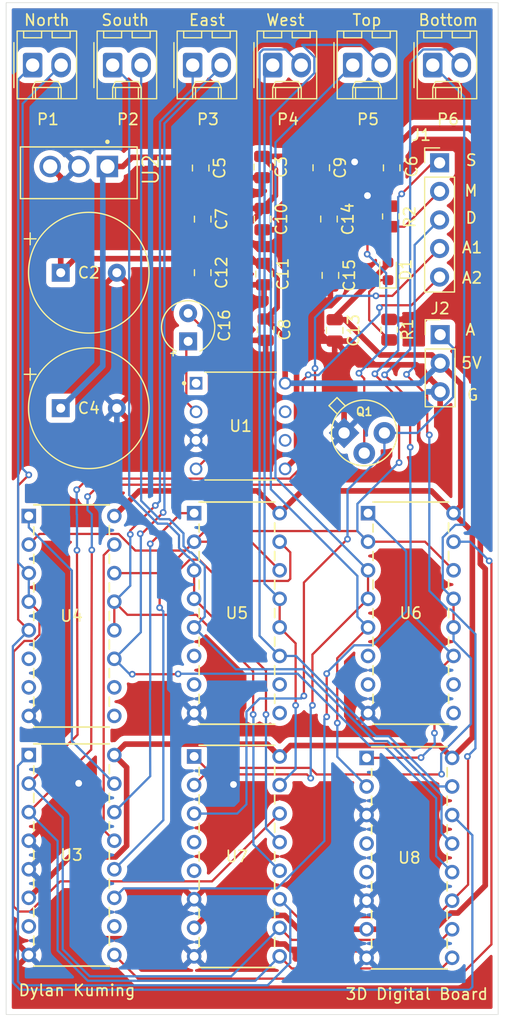
<source format=kicad_pcb>
(kicad_pcb (version 20240108) (generator "pcbnew") (generator_version "8.0")
  (layers (0 "F.Cu" signal) (31 "B.Cu" signal) (34 "B.Paste" user) (35 "F.Paste" user) (36 "B.SilkS" user "B.Silkscreen") (37 "F.SilkS" user "F.Silkscreen") (38 "B.Mask" user) (39 "F.Mask" user) (44 "Edge.Cuts" user))
  (net 0 "")
  (net 1 "Net-(U1-CAP-)")
  (net 2 "Net-(U1-CAP+)")
  (net 3 "GND")
  (net 4 "+5V")
  (net 5 "+12V")
  (net 6 "-5V")
  (net 7 "Net-(D1-K)")
  (net 8 "/Amp_off")
  (net 9 "/Axis2")
  (net 10 "/Signal")
  (net 11 "/Direction")
  (net 12 "/Axis1")
  (net 13 "/Amp_in")
  (net 14 "/North_B")
  (net 15 "/North_A")
  (net 16 "/East_A")
  (net 17 "/East_B")
  (net 18 "/Top_B")
  (net 19 "/Top_A")
  (net 20 "/West_A")
  (net 21 "/West_B")
  (net 22 "/Bottom_A")
  (net 23 "/Bottom_B")
  (net 24 "/South_B")
  (net 25 "/South_A")
  (net 26 "Net-(Q1-Pad2)")
  (net 32 "/East_en")
  (net 33 "/North_en")
  (net 38 "/South_en")
  (net 41 "/West_en")
  (net 45 "/Top_en")
  (net 46 "/Bottom_en")
  (footprint "Capacitor_SMD:C_0805_2012Metric" (layer "F.Cu") (at 185.2422 66.0248 -90)
    (property "Reference" "C7")
    (property "Value" "10uF")
  )
  (footprint "Connector_Molex:Molex_KK-254_AE-6410-02A_1x02_P2.54mm_Vertical" (layer "F.Cu") (at 191.48 52.324)
    (property "Reference" "P4")
    (property "Value" "West" (hide yes))
  )
  (footprint "Resistor_SMD:R_0805_2012Metric" (layer "F.Cu") (at 201.8538 75.8577 90)
    (property "Reference" "R1")
    (property "Value" "220")
  )
  (footprint "LM358:DIP794W45P254L959H508Q8" (layer "F.Cu") (at 188.6204 84.4296)
    (property "Reference" "U1")
    (property "Value" "ICL7660ACBA")
  )
  (footprint "Capacitor_SMD:C_0805_2012Metric" (layer "F.Cu") (at 195.8086 61.4528 -90)
    (property "Reference" "C9")
    (property "Value" "100nF")
  )
  (footprint "Capacitor_SMD:C_0805_2012Metric" (layer "F.Cu") (at 190.7032 70.9118 -90)
    (property "Reference" "C11")
    (property "Value" "100nF")
  )
  (footprint "Capacitor_SMD:C_0805_2012Metric" (layer "F.Cu") (at 190.8556 75.8546 -90)
    (property "Reference" "C8")
    (property "Value" "100nF")
  )
  (footprint "LED_SMD:LED_0603_1608Metric" (layer "F.Cu") (at 201.7522 70.6628 90)
    (property "Reference" "D1")
    (property "Value" "LED_Y")
  )
  (footprint "Connector_PinHeader_2.54mm:PinHeader_1x03_P2.54mm_Vertical" (layer "F.Cu") (at 206.4004 76.3016)
    (property "Reference" "J2")
    (property "Value" "Analog" (hide yes))
  )
  (footprint "Connector_Molex:Molex_KK-254_AE-6410-02A_1x02_P2.54mm_Vertical" (layer "F.Cu") (at 170.09 52.324)
    (property "Reference" "P1")
    (property "Value" "North" (hide yes))
  )
  (footprint "74HC139:SOT38-4_NXP" (layer "F.Cu") (at 184.4802 113.8174)
    (property "Reference" "U7")
    (property "Value" "74HC4051")
  )
  (footprint "Capacitor_THT:CP_Radial_Tantal_D10.5mm_P5.00mm" (layer "F.Cu") (at 172.593 82.8398)
    (property "Reference" "C4")
    (property "Value" "22uF")
  )
  (footprint "Capacitor_THT:CP_Radial_Tantal_D10.5mm_P5.00mm" (layer "F.Cu") (at 172.593 70.7898)
    (property "Reference" "C2")
    (property "Value" "22uF")
  )
  (footprint "2N2369:TO18" (layer "F.Cu") (at 199.63665 84.93025)
    (property "Reference" "Q1")
    (property "Value" "2N2369")
  )
  (footprint "74HC139:SOT38-4_NXP" (layer "F.Cu") (at 169.7482 92.4306)
    (property "Reference" "U4")
    (property "Value" "CD74HC368M")
  )
  (footprint "Connector_Molex:Molex_KK-254_AE-6410-02A_1x02_P2.54mm_Vertical" (layer "F.Cu") (at 177.22 52.324)
    (property "Reference" "P2")
    (property "Value" "South" (hide yes))
  )
  (footprint "74HC139:SOT38-4_NXP" (layer "F.Cu") (at 184.4802 92.1766)
    (property "Reference" "U5")
    (property "Value" "CD74HC368M")
  )
  (footprint "Connector_Molex:Molex_KK-254_AE-6410-02A_1x02_P2.54mm_Vertical" (layer "F.Cu") (at 205.74 52.324)
    (property "Reference" "P6")
    (property "Value" "Bottom" (hide yes))
  )
  (footprint "Connector_Molex:Molex_KK-254_AE-6410-02A_1x02_P2.54mm_Vertical" (layer "F.Cu") (at 184.35 52.324)
    (property "Reference" "P3")
    (property "Value" "East" (hide yes))
  )
  (footprint "Capacitor_SMD:C_0805_2012Metric" (layer "F.Cu") (at 190.5508 61.3918 -90)
    (property "Reference" "C3")
    (property "Value" "10uF")
  )
  (footprint "74HC139:SOT38-4_NXP" (layer "F.Cu") (at 199.9742 92.1766)
    (property "Reference" "U6")
    (property "Value" "CD74HC368M")
  )
  (footprint "Capacitor_SMD:C_0805_2012Metric" (layer "F.Cu") (at 197.0024 75.9206 -90)
    (property "Reference" "C13")
    (property "Value" "100nF")
  )
  (footprint "74HC139:SOT38-4_NXP" (layer "F.Cu") (at 199.8472 113.9444)
    (property "Reference" "U8")
    (property "Value" "74HC4051")
  )
  (footprint "Capacitor_SMD:C_0805_2012Metric" (layer "F.Cu") (at 196.4944 66.0146 -90)
    (property "Reference" "C14")
    (property "Value" "100nF")
  )
  (footprint "Resistor_SMD:R_0805_2012Metric" (layer "F.Cu") (at 202.0062 65.7841 90)
    (property "Reference" "R2")
    (property "Value" "10K")
  )
  (footprint "Capacitor_SMD:C_0805_2012Metric" (layer "F.Cu") (at 196.6214 71.0286 -90)
    (property "Reference" "C15")
    (property "Value" "100nF")
  )
  (footprint "Connector_PinHeader_2.54mm:PinHeader_1x05_P2.54mm_Vertical" (layer "F.Cu") (at 206.3496 61.0158)
    (property "Reference" "J1")
    (property "Value" "Arduino" (hide yes))
  )
  (footprint "Capacitor_THT:CP_Radial_Tantal_D4.5mm_P2.50mm" (layer "F.Cu") (at 183.9468 76.8966 90)
    (property "Reference" "C16")
    (property "Value" "10uF")
  )
  (footprint "Connector_Molex:Molex_KK-254_AE-6410-02A_1x02_P2.54mm_Vertical" (layer "F.Cu") (at 198.61 52.324)
    (property "Reference" "P5")
    (property "Value" "Top" (hide yes))
  )
  (footprint "74HC139:SOT38-4_NXP" (layer "F.Cu") (at 169.7482 113.6904)
    (property "Reference" "U3")
    (property "Value" "74HC138N_652")
  )
  (footprint "Capacitor_SMD:C_0805_2012Metric" (layer "F.Cu") (at 185.2422 70.7848 -90)
    (property "Reference" "C12")
    (property "Value" "100nF")
  )
  (footprint "Capacitor_SMD:C_0805_2012Metric" (layer "F.Cu") (at 190.5762 66.0198 -90)
    (property "Reference" "C10")
    (property "Value" "100nF")
  )
  (footprint "Capacitor_SMD:C_0805_2012Metric" (layer "F.Cu") (at 185.0644 61.4782 -90)
    (property "Reference" "C5")
    (property "Value" "10uF")
  )
  (footprint "L7805CV:TO255P1040X460X1968-3" (layer "F.Cu") (at 176.7532 61.341 180)
    (property "Reference" "U2")
    (property "Value" "L7805" (hide yes))
  )
  (footprint "Capacitor_SMD:C_0805_2012Metric" (layer "F.Cu") (at 202.0824 61.463 -90)
    (property "Reference" "C6")
    (property "Value" "10uF")
  )
  (gr_rect (start 167.73 46.7716) (end 211.5682 136.7716) (stroke (width 0.05)) (fill none) (layer "Edge.Cuts"))
  (gr_text "North\n" (at 171.36 48.904 0) (layer "F.SilkS") (effects (font (size 1 1)) (justify bottom)))
  (gr_text "A" (at 209.0928 76.454 0) (layer "F.SilkS") (effects (font (size 1 1)) (justify bottom)))
  (gr_text "G" (at 209.296 82.2452 0) (layer "F.SilkS") (effects (font (size 1 1)) (justify bottom)))
  (gr_text "D" (at 209.169 66.4972 0) (layer "F.SilkS") (effects (font (size 1 1)) (justify bottom)))
  (gr_text "East\n" (at 185.62 48.904 0) (layer "F.SilkS") (effects (font (size 1 1)) (justify bottom)))
  (gr_text "A2" (at 209.2452 71.8312 0) (layer "F.SilkS") (effects (font (size 1 1)) (justify bottom)))
  (gr_text "A1" (at 209.2452 69.1388 0) (layer "F.SilkS") (effects (font (size 1 1)) (justify bottom)))
  (gr_text "West\n" (at 192.605 48.904 0) (layer "F.SilkS") (effects (font (size 1 1)) (justify bottom)))
  (gr_text "South" (at 178.345 48.904 0) (layer "F.SilkS") (effects (font (size 1 1)) (justify bottom)))
  (gr_text "3D Digital Board " (at 204.6986 135.5344 0) (layer "F.SilkS") (effects (font (size 1 1)) (justify bottom)))
  (gr_text "Bottom" (at 207.119 48.904 0) (layer "F.SilkS") (effects (font (size 1 1)) (justify bottom)))
  (gr_text "Top\n" (at 199.88 48.904 0) (layer "F.SilkS") (effects (font (size 1 1)) (justify bottom)))
  (gr_text "M" (at 209.1436 64.0842 0) (layer "F.SilkS") (effects (font (size 1 1)) (justify bottom)))
  (gr_text "S" (at 209.169 61.3664 0) (layer "F.SilkS") (effects (font (size 1 1)) (justify bottom)))
  (gr_text "Dylan Kuming" (at 174.0408 135.2042 0) (layer "F.SilkS") (effects (font (size 1 1)) (justify bottom)))
  (gr_text "5V" (at 209.1944 79.4004 0) (layer "F.SilkS") (effects (font (size 1 1)) (justify bottom)))
  (segment (start 185.792938 76.242738) (end 185.792938 87.097062) (width 0.2) (layer "F.Cu") (net 1))
  (segment (start 183.9468 74.3966) (end 185.792938 76.242738) (width 0.2) (layer "F.Cu") (net 1))
  (segment (start 185.792938 87.097062) (end 184.6504 88.2396) (width 0.2) (layer "F.Cu") (net 1))
  (segment (start 183.7854 82.2946) (end 184.6504 83.1596) (width 0.2) (layer "F.Cu") (net 2))
  (segment (start 183.7854 77.058) (end 183.7854 82.2946) (width 0.2) (layer "F.Cu") (net 2))
  (segment (start 183.9468 76.8966) (end 183.7854 77.058) (width 0.2) (layer "F.Cu") (net 2))
  (segment (start 197.7136 77.5818) (end 197.0024 76.8706) (width 0.5) (layer "F.Cu") (net 3))
  (segment (start 198.2779 117.4551) (end 189.1308 117.4551) (width 0.5) (layer "F.Cu") (net 3))
  (segment (start 208.1784 61.49275) (end 207.950125 61.264475) (width 0.5) (layer "F.Cu") (net 3))
  (segment (start 206.4004 81.3816) (end 206.4004 81.1022) (width 0.5) (layer "F.Cu") (net 3))
  (segment (start 193.068383 131.0132) (end 199.136 131.0132) (width 0.5) (layer "F.Cu") (net 3))
  (segment (start 196.403 76.8706) (end 195.8274 76.295) (width 0.5) (layer "F.Cu") (net 3))
  (segment (start 199.136 131.0132) (end 199.8472 131.7244) (width 0.5) (layer "F.Cu") (net 3))
  (segment (start 208.1784 71.185478) (end 208.1784 61.49275) (width 0.5) (layer "F.Cu") (net 3))
  (segment (start 184.4802 131.5974) (end 182.9054 130.0226) (width 0.5) (layer "F.Cu") (net 3))
  (segment (start 190.5814 66.9646) (end 190.5762 66.9698) (width 0.2) (layer "F.Cu") (net 3))
  (segment (start 203.2508 74.7268) (end 204.637078 74.7268) (width 0.5) (layer "F.Cu") (net 3))
  (segment (start 182.6006 130.0226) (end 182.2196 130.0226) (width 0.5) (layer "F.Cu") (net 3))
  (segment (start 197.0024 76.8706) (end 196.403 76.8706) (width 0.5) (layer "F.Cu") (net 3))
  (segment (start 199.9234 63.9318) (end 200.5636 63.9318) (width 0.5) (layer "F.Cu") (net 3))
  (segment (start 189.1308 117.4551) (end 187.9854 116.3097) (width 0.5) (layer "F.Cu") (net 3))
  (segment (start 204.637078 74.7268) (end 208.1784 71.185478) (width 0.5) (layer "F.Cu") (net 3))
  (segment (start 196.4944 66.9646) (end 190.5814 66.9646) (width 0.5) (layer "F.Cu") (net 3))
  (segment (start 174.244 116.2558) (end 174.1932 116.205) (width 0.5) (layer "F.Cu") (net 3))
  (segment (start 195.8274 72.7726) (end 196.6214 71.9786) (width 0.5) (layer "F.Cu") (net 3))
  (segment (start 192.554883 130.4997) (end 193.068383 131.0132) (width 0.5) (layer "F.Cu") (net 3))
  (segment (start 182.5951 130.0281) (end 171.1905 130.0281) (width 0.5) (layer "F.Cu") (net 3))
  (segment (start 187.9854 116.575) (end 187.9854 116.3097) (width 0.5) (layer "F.Cu") (net 3))
  (segment (start 199.8472 119.0244) (end 198.2779 117.4551) (width 0.5) (layer "F.Cu") (net 3))
  (segment (start 198.7804 60.9346) (end 197.2768 60.9346) (width 0.5) (layer "F.Cu") (net 3))
  (segment (start 207.950125 60.016325) (end 207.6492 59.7154) (width 0.5) (layer "F.Cu") (net 3))
  (segment (start 185.5779 130.4997) (end 192.554883 130.4997) (width 0.5) (layer "F.Cu") (net 3))
  (segment (start 199.9742 109.9566) (end 198.1454 111.7854) (width 0.5) (layer "F.Cu") (net 3))
  (segment (start 197.8406 85.0392) (end 197.8406 80.0862) (width 0.5) (layer "F.Cu") (net 3))
  (segment (start 204.78 59.7154) (end 202.0824 62.413) (width 0.5) (layer "F.Cu") (net 3))
  (segment (start 200.5636 63.9318) (end 202.0824 62.413) (width 0.5) (layer "F.Cu") (net 3))
  (segment (start 204.2788 78.9806) (end 199.1124 78.9806) (width 0.5) (layer "F.Cu") (net 3))
  (segment (start 206.4004 81.1022) (end 204.2788 78.9806) (width 0.5) (layer "F.Cu") (net 3))
  (segment (start 195.8274 76.295) (end 195.8274 72.7726) (width 0.5) (layer "F.Cu") (net 3))
  (segment (start 171.1905 130.0281) (end 169.7482 131.4704) (width 0.5) (layer "F.Cu") (net 3))
  (segment (start 169.7482 123.8504) (end 174.244 119.3546) (width 0.5) (layer "F.Cu") (net 3))
  (segment (start 182.9054 130.0226) (end 182.6006 130.0226) (width 0.5) (layer "F.Cu") (net 3))
  (segment (start 182.6006 130.0226) (end 182.5951 130.0281) (width 0.5) (layer "F.Cu") (net 3))
  (segment (start 174.244 119.3546) (end 174.244 116.2558) (width 0.5) (layer "F.Cu") (net 3))
  (segment (start 198.1454 111.7854) (end 186.309 111.7854) (width 0.5) (layer "F.Cu") (net 3))
  (segment (start 197.8406 80.0862) (end 197.7136 79.9592) (width 0.5) (layer "F.Cu") (net 3))
  (segment (start 201.8538 74.9452) (end 203.0324 74.9452) (width 0.5) (layer "F.Cu") (net 3))
  (segment (start 207.950125 61.264475) (end 207.950125 60.016325) (width 0.5) (layer "F.Cu") (net 3))
  (segment (start 197.2768 60.9346) (end 195.8086 62.4028) (width 0.5) (layer "F.Cu") (net 3))
  (segment (start 207.6492 59.7154) (end 204.78 59.7154) (width 0.5) (layer "F.Cu") (net 3))
  (segment (start 197.7136 79.9592) (end 197.7136 77.5818) (width 0.5) (layer "F.Cu") (net 3))
  (segment (start 186.309 111.7854) (end 184.4802 109.9566) (width 0.5) (layer "F.Cu") (net 3))
  (segment (start 199.1124 78.9806) (end 197.0024 76.8706) (width 0.5) (layer "F.Cu") (net 3))
  (segment (start 203.0324 74.9452) (end 203.2508 74.7268) (width 0.5) (layer "F.Cu") (net 3))
  (segment (start 184.4802 131.5974) (end 185.5779 130.4997) (width 0.5) (layer "F.Cu") (net 3))
  (via (at 174.1932 116.205) (size 1.2) (drill 0.6) (layers "F.Cu" "B.Cu") (net 3))
  (via (at 187.9854 116.3097) (size 1.2) (drill 0.6) (layers "F.Cu" "B.Cu") (net 3))
  (via (at 198.7804 60.9346) (size 1.2) (drill 0.6) (layers "F.Cu" "B.Cu") (net 3))
  (via (at 199.9234 63.9318) (size 1.2) (drill 0.6) (layers "F.Cu" "B.Cu") (net 3))
  (segment (start 200.9449 127.7421) (end 199.8472 126.6444) (width 0.5) (layer "B.Cu") (net 3))
  (segment (start 174.1932 114.6556) (end 169.7482 110.2106) (width 0.5) (layer "B.Cu") (net 3))
  (segment (start 187.5536 113.03) (end 184.4802 109.9566) (width 0.5) (layer "B.Cu") (net 3))
  (segment (start 199.8472 126.6444) (end 200.9449 125.5467) (width 0.5) (layer "B.Cu") (net 3))
  (segment (start 184.4802 109.9566) (end 182.3078 107.7842) (width 0.5) (layer "B.Cu") (net 3))
  (segment (start 182.3078 95.0334) (end 177.593 90.3186) (width 0.5) (layer "B.Cu") (net 3))
  (segment (start 200.9449 120.1221) (end 199.8472 119.0244) (width 0.5) (layer "B.Cu") (net 3))
  (segment (start 187.5536 115.8779) (end 187.5536 113.03) (width 0.5) (layer "B.Cu") (net 3))
  (segment (start 199.9234 62.0776) (end 198.7804 60.9346) (width 0.5) (layer "B.Cu") (net 3))
  (segment (start 169.7482 123.8504) (end 170.8459 124.9481) (width 0.5) (layer "B.Cu") (net 3))
  (segment (start 170.8459 130.3727) (end 169.7482 131.4704) (width 0.5) (layer "B.Cu") (net 3))
  (segment (start 182.3078 107.7842) (end 182.3078 95.0334) (width 0.5) (layer "B.Cu") (net 3))
  (segment (start 200.9449 130.6267) (end 200.9449 127.7421) (width 0.5) (layer "B.Cu") (net 3))
  (segment (start 199.9234 63.9318) (end 199.9234 62.0776) (width 0.5) (layer "B.Cu") (net 3))
  (segment (start 200.9449 125.5467) (end 200.9449 120.1221) (width 0.5) (layer "B.Cu") (net 3))
  (segment (start 177.593 90.3186) (end 177.593 82.8398) (width 0.5) (layer "B.Cu") (net 3))
  (segment (start 170.8459 124.9481) (end 170.8459 130.3727) (width 0.5) (layer "B.Cu") (net 3))
  (segment (start 174.1932 116.205) (end 174.1932 114.6556) (width 0.5) (layer "B.Cu") (net 3))
  (segment (start 199.8472 131.7244) (end 200.9449 130.6267) (width 0.5) (layer "B.Cu") (net 3))
  (segment (start 187.9854 116.3097) (end 187.5536 115.8779) (width 0.5) (layer "B.Cu") (net 3))
  (segment (start 207.5942 92.1766) (end 208.2419 91.5289) (width 0.5) (layer "F.Cu") (net 4))
  (segment (start 173.843 69.5398) (end 172.593 70.7898) (width 0.5) (layer "F.Cu") (net 4))
  (segment (start 206.3695 112.8467) (end 193.0709 112.8467) (width 0.5) (layer "F.Cu") (net 4))
  (segment (start 192.5904 76.6394) (end 192.5904 80.6196) (width 0.5) (layer "F.Cu") (net 4))
  (segment (start 197.932 74.9706) (end 197.0024 74.9706) (width 0.5) (layer "F.Cu") (net 4))
  (segment (start 188.7982 68.6816) (end 188.7982 67.025922) (width 0.5) (layer "F.Cu") (net 4))
  (segment (start 190.8556 74.9046) (end 191.8782 73.882) (width 0.5) (layer "F.Cu") (net 4))
  (segment (start 209.2706 93.853) (end 209.2706 112.141) (width 0.5) (layer "F.Cu") (net 4))
  (segment (start 194.0814 90.1954) (end 205.613 90.1954) (width 0.5) (layer "F.Cu") (net 4))
  (segment (start 193.0709 112.8467) (end 192.1002 113.8174) (width 0.5) (layer "F.Cu") (net 4))
  (segment (start 191.7258 63.9202) (end 191.7258 61.6168) (width 0.5) (layer "F.Cu") (net 4))
  (segment (start 188.7982 67.025922) (end 190.5762 65.247922) (width 0.5) (layer "F.Cu") (net 4))
  (segment (start 190.1342 69.9618) (end 190.0072 69.8348) (width 0.5) (layer "F.Cu") (net 4))
  (segment (start 190.8556 74.9046) (end 192.5904 76.6394) (width 0.5) (layer "F.Cu") (net 4))
  (segment (start 205.613 90.1954) (end 207.5942 92.1766) (width 0.5) (layer "F.Cu") (net 4))
  (segment (start 190.0784 69.9618) (end 188.7982 68.6816) (width 0.5) (layer "F.Cu") (net 4))
  (segment (start 207.4672 113.9444) (end 206.3695 112.8467) (width 0.5) (layer "F.Cu") (net 4))
  (segment (start 195.7476 60.4418) (end 195.8086 60.5028) (width 0.5) (layer "F.Cu") (net 4))
  (segment (start 173.3859 122.7527) (end 169.7482 126.3904) (width 0.5) (layer "F.Cu") (net 4))
  (segment (start 190.5762 65.0698) (end 191.7258 63.9202) (width 0.5) (layer "F.Cu") (net 4))
  (segment (start 197.0024 74.9706) (end 197.0024 74.773282) (width 0.5) (layer "F.Cu") (net 4))
  (segment (start 177.3682 113.6904) (end 178.4659 114.7881) (width 0.5) (layer "F.Cu") (net 4))
  (segment (start 178.3389 112.7197) (end 177.3682 113.6904) (width 0.5) (layer "F.Cu") (net 4))
  (segment (start 185.2422 69.8348) (end 184.6682 69.8348) (width 0.5) (layer "F.Cu") (net 4))
  (segment (start 185.2472 65.0698) (end 185.2422 65.0748) (width 0.5) (layer "F.Cu") (net 4))
  (segment (start 190.5508 60.4418) (end 195.7476 60.4418) (width 0.5) (layer "F.Cu") (net 4))
  (segment (start 190.7032 69.9618) (end 190.1342 69.9618) (width 0.5) (layer "F.Cu") (net 4))
  (segment (start 178.4659 114.7881) (end 178.4659 121.765083) (width 0.5) (layer "F.Cu") (net 4))
  (segment (start 194.0814 90.1954) (end 192.1002 92.1766) (width 0.5) (layer "F.Cu") (net 4))
  (segment (start 190.5762 65.0698) (end 185.2472 65.0698) (width 0.5) (layer "F.Cu") (net 4))
  (segment (start 207.5942 92.1766) (end 209.2706 93.853) (width 0.5) (layer "F.Cu") (net 4))
  (segment (start 191.0025 112.7197) (end 178.3389 112.7197) (width 0.5) (layer "F.Cu") (net 4))
  (segment (start 201.0664 78.105) (end 197.932 74.9706) (width 0.5) (layer "F.Cu") (net 4))
  (segment (start 172.593 70.7898) (end 172.593 62.2808) (width 0.5) (layer "F.Cu") (net 4))
  (segment (start 209.2706 112.141) (end 207.4672 113.9444) (width 0.5) (layer "F.Cu") (net 4))
  (segment (start 190.7032 69.9618) (end 190.0784 69.9618) (width 0.5) (layer "F.Cu") (net 4))
  (segment (start 172.593 62.2808) (end 171.6532 61.341) (width 0.5) (layer "F.Cu") (net 4))
  (segment (start 197.0024 74.773282) (end 201.7522 70.023482) (width 0.5) (layer "F.Cu") (net 4))
  (segment (start 191.7258 61.6168) (end 190.5508 60.4418) (width 0.5) (layer "F.Cu") (net 4))
  (segment (start 191.8782 73.882) (end 191.8782 71.1368) (width 0.5) (layer "F.Cu") (net 4))
  (segment (start 190.0072 69.8348) (end 185.2422 69.8348) (width 0.5) (layer "F.Cu") (net 4))
  (segment (start 191.8782 71.1368) (end 190.7032 69.9618) (width 0.5) (layer "F.Cu") (net 4))
  (segment (start 201.7522 70.023482) (end 201.7522 69.8753) (width 0.5) (layer "F.Cu") (net 4))
  (segment (start 190.2206 90.297) (end 190.2206 90.1954) (width 0.5) (layer "F.Cu") (net 4))
  (segment (start 184.6682 69.8348) (end 184.3732 69.5398) (width 0.5) (layer "F.Cu") (net 4))
  (segment (start 179.6034 90.1954) (end 177.3682 92.4306) (width 0.5) (layer "F.Cu") (net 4))
  (segment (start 178.4659 121.765083) (end 177.478283 122.7527) (width 0.5) (layer "F.Cu") (net 4))
  (segment (start 192.1002 113.8174) (end 191.0025 112.7197) (width 0.5) (layer "F.Cu") (net 4))
  (segment (start 190.2206 90.1954) (end 179.6034 90.1954) (width 0.5) (layer "F.Cu") (net 4))
  (segment (start 206.4004 78.8416) (end 205.6638 78.105) (width 0.5) (layer "F.Cu") (net 4))
  (segment (start 184.3732 69.5398) (end 173.843 69.5398) (width 0.5) (layer "F.Cu") (net 4))
  (segment (start 177.478283 122.7527) (end 173.3859 122.7527) (width 0.5) (layer "F.Cu") (net 4))
  (segment (start 208.2419 80.6831) (end 206.4004 78.8416) (width 0.5) (layer "F.Cu") (net 4))
  (segment (start 190.9216 74.9706) (end 190.8556 74.9046) (width 0.5) (layer "F.Cu") (net 4))
  (segment (start 190.5762 65.247922) (end 190.5762 65.0698) (width 0.5) (layer "F.Cu") (net 4))
  (segment (start 208.2419 91.5289) (end 208.2419 80.6831) (width 0.5) (layer "F.Cu") (net 4))
  (segment (start 192.1002 92.1766) (end 190.2206 90.297) (width 0.5) (layer "F.Cu") (net 4))
  (segment (start 205.6638 78.105) (end 201.0664 78.105) (width 0.5) (layer "F.Cu") (net 4))
  (segment (start 204.6224 80.6196) (end 206.4004 78.8416) (width 0.5) (layer "B.Cu") (net 4))
  (segment (start 192.5904 80.6196) (end 204.6224 80.6196) (width 0.5) (layer "B.Cu") (net 4))
  (segment (start 178.1302 61.341) (end 176.7532 61.341) (width 0.5) (layer "F.Cu") (net 5))
  (segment (start 178.943 60.5282) (end 178.1302 61.341) (width 0.5) (layer "F.Cu") (net 5))
  (segment (start 185.0644 60.5282) (end 178.943 60.5282) (width 0.5) (layer "F.Cu") (net 5))
  (segment (start 176.7532 61.341) (end 176.343 61.7512) (width 0.5) (layer "B.Cu") (net 5))
  (segment (start 176.343 61.7512) (end 176.343 79.0898) (width 0.5) (layer "B.Cu") (net 5))
  (segment (start 176.343 79.0898) (end 172.593 82.8398) (width 0.5) (layer "B.Cu") (net 5))
  (segment (start 205.914817 129.1844) (end 207.357117 127.7421) (width 0.5) (layer "F.Cu") (net 6))
  (segment (start 193.779583 129.1844) (end 192.554883 127.9597) (width 0.5) (layer "F.Cu") (net 6))
  (segment (start 185.5779 127.9597) (end 184.4802 129.0574) (width 0.5) (layer "F.Cu") (net 6))
  (segment (start 199.8472 129.1844) (end 193.779583 129.1844) (width 0.5) (layer "F.Cu") (net 6))
  (segment (start 209.98 58.9262) (end 208.9912 57.9374) (width 0.5) (layer "F.Cu") (net 6))
  (segment (start 202.0824 60.513) (end 201.046 60.513) (width 0.5) (layer "F.Cu") (net 6))
  (segment (start 207.9697 127.7421) (end 210.4182 125.2936) (width 0.5) (layer "F.Cu") (net 6))
  (segment (start 210.4182 125.2936) (end 210.4182 97.129061) (width 0.5) (layer "F.Cu") (net 6))
  (segment (start 201.046 60.513) (end 196.4944 65.0646) (width 0.5) (layer "F.Cu") (net 6))
  (segment (start 202.8796 59.7158) (end 202.0824 60.513) (width 0.5) (layer "F.Cu") (net 6))
  (segment (start 192.554883 127.9597) (end 185.5779 127.9597) (width 0.5) (layer "F.Cu") (net 6))
  (segment (start 204.1144 57.9374) (end 202.8796 59.1722) (width 0.5) (layer "F.Cu") (net 6))
  (segment (start 210.4182 97.129061) (end 209.98 96.690861) (width 0.5) (layer "F.Cu") (net 6))
  (segment (start 196.4944 65.0646) (end 197.8152 66.3854) (width 0.5) (layer "F.Cu") (net 6))
  (segment (start 196.6214 70.0786) (end 193.6054 73.0946) (width 0.5) (layer "F.Cu") (net 6))
  (segment (start 197.8152 68.8848) (end 196.6214 70.0786) (width 0.5) (layer "F.Cu") (net 6))
  (segment (start 207.357117 127.7421) (end 207.9697 127.7421) (width 0.5) (layer "F.Cu") (net 6))
  (segment (start 197.8152 66.3854) (end 197.8152 68.8848) (width 0.5) (layer "F.Cu") (net 6))
  (segment (start 193.6054 73.0946) (end 193.6054 87.2246) (width 0.5) (layer "F.Cu") (net 6))
  (segment (start 193.6054 87.2246) (end 192.5904 88.2396) (width 0.5) (layer "F.Cu") (net 6))
  (segment (start 199.8472 129.1844) (end 205.914817 129.1844) (width 0.5) (layer "F.Cu") (net 6))
  (segment (start 202.8796 59.1722) (end 202.8796 59.7158) (width 0.5) (layer "F.Cu") (net 6))
  (segment (start 208.9912 57.9374) (end 204.1144 57.9374) (width 0.5) (layer "F.Cu") (net 6))
  (segment (start 209.98 96.690861) (end 209.98 58.9262) (width 0.5) (layer "F.Cu") (net 6))
  (segment (start 200.0758 72.4916) (end 201.1171 71.4503) (width 0.2) (layer "F.Cu") (net 7))
  (segment (start 201.8538 76.7702) (end 200.0758 74.9922) (width 0.2) (layer "F.Cu") (net 7))
  (segment (start 200.0758 74.9922) (end 200.0758 72.4916) (width 0.2) (layer "F.Cu") (net 7))
  (segment (start 201.1171 71.4503) (end 201.7522 71.4503) (width 0.2) (layer "F.Cu") (net 7))
  (segment (start 202.0062 66.6966) (end 203.2088 66.6966) (width 0.2) (layer "F.Cu") (net 8))
  (segment (start 203.2088 66.6966) (end 206.3496 63.5558) (width 0.2) (layer "F.Cu") (net 8))
  (segment (start 194.1554 80.365647) (end 194.651447 79.8696) (width 0.2) (layer "F.Cu") (net 9))
  (segment (start 193.0196 89.1046) (end 194.2846 87.8396) (width 0.2) (layer "F.Cu") (net 9))
  (segment (start 174.0916 111.887) (end 174.0408 95.4786) (width 0.2) (layer "F.Cu") (net 9))
  (segment (start 201.1934 73.6854) (end 203.84 73.6854) (width 0.2) (layer "F.Cu") (net 9))
  (segment (start 194.651447 79.8696) (end 194.587247 79.9338) (width 0.2) (layer "F.Cu") (net 9))
  (segment (start 174.0154 90.0938) (end 175.0046 89.1046) (width 0.2) (layer "F.Cu") (net 9))
  (segment (start 194.2846 82.4484) (end 194.1554 82.3192) (width 0.2) (layer "F.Cu") (net 9))
  (segment (start 193.1749 130.1321) (end 192.1002 129.0574) (width 0.2) (layer "F.Cu") (net 9))
  (segment (start 174.0408 95.4786) (end 174.0916 95.504) (width 0.2) (layer "F.Cu") (net 9))
  (segment (start 200.9902 73.8886) (end 201.1934 73.6854) (width 0.2) (layer "F.Cu") (net 9))
  (segment (start 194.2846 87.8396) (end 194.2846 82.4484) (width 0.2) (layer "F.Cu") (net 9))
  (segment (start 207.4672 129.1844) (end 206.5195 130.1321) (width 0.2) (layer "F.Cu") (net 9))
  (segment (start 175.0046 89.1046) (end 193.0196 89.1046) (width 0.2) (layer "F.Cu") (net 9))
  (segment (start 203.84 73.6854) (end 206.3496 71.1758) (width 0.2) (layer "F.Cu") (net 9))
  (segment (start 194.1554 82.3192) (end 194.1554 80.365647) (width 0.2) (layer "F.Cu") (net 9))
  (segment (start 206.5195 130.1321) (end 193.1749 130.1321) (width 0.2) (layer "F.Cu") (net 9))
  (segment (start 169.7482 116.2304) (end 174.0916 111.887) (width 0.2) (layer "F.Cu") (net 9))
  (via (at 194.651447 79.8696) (size 0.6) (drill 0.3) (layers "F.Cu" "B.Cu") (net 9))
  (via (at 174.0154 90.0938) (size 0.6) (drill 0.3) (layers "F.Cu" "B.Cu") (net 9))
  (via (at 200.9902 73.8886) (size 0.6) (drill 0.3) (layers "F.Cu" "B.Cu") (net 9))
  (via (at 174.0408 95.4786) (size 0.6) (drill 0.3) (layers "F.Cu" "B.Cu") (net 9))
  (segment (start 172.7708 119.253) (end 169.7482 116.2304) (width 0.2) (layer "B.Cu") (net 9))
  (segment (start 174.0154 92.2782) (end 174.0408 92.3036) (width 0.2) (layer "B.Cu") (net 9))
  (segment (start 194.726 79.8988) (end 194.7164 79.9084) (width 0.2) (layer "B.Cu") (net 9))
  (segment (start 172.7708 130.9624) (end 172.7708 119.253) (width 0.2) (layer "B.Cu") (net 9))
  (segment (start 195.5642 79.8988) (end 194.726 79.8988) (width 0.2) (layer "B.Cu") (net 9))
  (segment (start 175.1776 133.3692) (end 172.7708 130.9624) (width 0.2) (layer "B.Cu") (net 9))
  (segment (start 192.1002 129.0574) (end 187.7884 133.3692) (width 0.2) (layer "B.Cu") (net 9))
  (segment (start 200.9902 73.8886) (end 200.9902 74.4728) (width 0.2) (layer "B.Cu") (net 9))
  (segment (start 174.0154 90.0938) (end 174.0154 92.2782) (width 0.2) (layer "B.Cu") (net 9))
  (segment (start 200.9902 74.4728) (end 195.5642 79.8988) (width 0.2) (layer "B.Cu") (net 9))
  (segment (start 187.7884 133.3692) (end 175.1776 133.3692) (width 0.2) (layer "B.Cu") (net 9))
  (segment (start 174.0408 92.3036) (end 174.0408 95.4786) (width 0.2) (layer "B.Cu") (net 9))
  (segment (start 199.9742 94.7166) (end 205.0542 94.7166) (width 0.2) (layer "F.Cu") (net 10))
  (segment (start 200.5838 79.854529) (end 202.7428 82.013529) (width 0.2) (layer "F.Cu") (net 10))
  (segment (start 177.3682 97.5106) (end 181.6862 97.5106) (width 0.2) (layer "F.Cu") (net 10))
  (segment (start 202.7428 87.6808) (end 202.6979 87.6359) (width 0.2) (layer "F.Cu") (net 10))
  (segment (start 205.735 61.0158) (end 202.9714 63.7794) (width 0.2) (layer "F.Cu") (net 10))
  (segment (start 200.5838 79.7814) (end 200.5838 79.854529) (width 0.2) (layer "F.Cu") (net 10))
  (segment (start 199.0265 93.7689) (end 199.9742 94.7166) (width 0.2) (layer "F.Cu") (net 10))
  (segment (start 205.0542 94.7166) (end 207.5942 97.2566) (width 0.2) (layer "F.Cu") (net 10))
  (segment (start 200.6541 79.8517) (end 200.5838 79.7814) (width 0.2) (layer "F.Cu") (net 10))
  (segment (start 170.6959 94.0229) (end 177.760751 94.0229) (width 0.2) (layer "F.Cu") (net 10))
  (segment (start 184.4802 94.7166) (end 189.5602 94.7166) (width 0.2) (layer "F.Cu") (net 10))
  (segment (start 202.7428 82.013529) (end 202.7428 87.6808) (width 0.2) (layer "F.Cu") (net 10))
  (segment (start 184.4802 94.7166) (end 185.4279 93.7689) (width 0.2) (layer "F.Cu") (net 10))
  (segment (start 183.6928 95.504) (end 184.4802 94.7166) (width 0.2) (layer "F.Cu") (net 10))
  (segment (start 181.6862 97.5106) (end 184.4802 94.7166) (width 0.2) (layer "F.Cu") (net 10))
  (segment (start 185.4279 93.7689) (end 199.0265 93.7689) (width 0.2) (layer "F.Cu") (net 10))
  (segment (start 177.760751 94.0229) (end 179.241851 95.504) (width 0.2) (layer "F.Cu") (net 10))
  (segment (start 189.5602 94.7166) (end 192.1002 97.2566) (width 0.2) (layer "F.Cu") (net 10))
  (segment (start 206.3496 61.0158) (end 205.735 61.0158) (width 0.2) (layer "F.Cu") (net 10))
  (segment (start 169.7482 94.9706) (end 170.6959 94.0229) (width 0.2) (layer "F.Cu") (net 10))
  (segment (start 179.241851 95.504) (end 183.6928 95.504) (width 0.2) (layer "F.Cu") (net 10))
  (via (at 202.9714 63.7794) (size 0.6) (drill 0.3) (layers "F.Cu" "B.Cu") (net 10))
  (via (at 200.5838 79.7814) (size 0.6) (drill 0.3) (layers "F.Cu" "B.Cu") (net 10))
  (via (at 202.7428 87.6808) (size 0.6) (drill 0.3) (layers "F.Cu" "B.Cu") (net 10))
  (segment (start 202.6607 77.7045) (end 202.6607 64.0529) (width 0.2) (layer "B.Cu") (net 10))
  (segment (start 202.946 63.7794) (end 202.9714 63.7794) (width 0.2) (layer "B.Cu") (net 10))
  (segment (start 200.5838 79.7814) (end 202.6607 77.7045) (width 0.2) (layer "B.Cu") (net 10))
  (segment (start 202.6666 64.0588) (end 202.946 63.7794) (width 0.2) (layer "B.Cu") (net 10))
  (segment (start 199.0265 91.3463) (end 202.692 87.6808) (width 0.2) (layer "B.Cu") (net 10))
  (segment (start 202.9714 63.754) (end 202.9968 63.7286) (width 0.2) (layer "B.Cu") (net 10))
  (segment (start 199.0265 93.7689) (end 199.0265 91.3463) (width 0.2) (layer "B.Cu") (net 10))
  (segment (start 202.7428 87.63) (end 202.7428 87.63) (width 0.2) (layer "B.Cu") (net 10))
  (segment (start 199.9742 94.7166) (end 199.0265 93.7689) (width 0.2) (layer "B.Cu") (net 10))
  (segment (start 202.7428 87.6808) (end 202.7428 87.63) (width 0.2) (layer "B.Cu") (net 10))
  (segment (start 202.692 87.6808) (end 202.7428 87.6808) (width 0.2) (layer "B.Cu") (net 10))
  (segment (start 202.9714 63.7794) (end 202.9714 63.754) (width 0.2) (layer "B.Cu") (net 10))
  (segment (start 193.6925 128.1097) (end 192.1002 126.5174) (width 0.2) (layer "F.Cu") (net 11))
  (segment (start 203.3524 79.8322) (end 203.4444 79.9242) (width 0.2) (layer "F.Cu") (net 11))
  (segment (start 208.83 113.8174) (end 208.8896 113.877) (width 0.2) (layer "F.Cu") (net 11))
  (segment (start 205.2504 81.7302) (end 203.4032 79.883) (width 0.2) (layer "F.Cu") (net 11))
  (segment (start 205.2504 85.0322) (end 205.2504 81.7302) (width 0.2) (layer "F.Cu") (net 11))
  (segment (start 206.0019 128.1097) (end 193.6925 128.1097) (width 0.2) (layer "F.Cu") (net 11))
  (segment (start 208.8896 125.222) (end 207.4672 126.6444) (width 0.2) (layer "F.Cu") (net 11))
  (segment (start 203.4032 79.883) (end 203.4032 79.8322) (width 0.2) (layer "F.Cu") (net 11))
  (segment (start 203.4032 79.8322) (end 203.3524 79.8322) (width 0.2) (layer "F.Cu") (net 11))
  (segment (start 207.4672 126.6444) (end 206.0019 128.1097) (width 0.2) (layer "F.Cu") (net 11))
  (segment (start 205.4352 85.217) (end 205.2504 85.0322) (width 0.2) (layer "F.Cu") (net 11))
  (segment (start 208.8896 113.877) (end 208.8896 125.222) (width 0.2) (layer "F.Cu") (net 11))
  (via (at 203.4032 79.8322) (size 0.6) (drill 0.3) (layers "F.Cu" "B.Cu") (net 11))
  (via (at 205.4352 85.217) (size 0.6) (drill 0.3) (layers "F.Cu" "B.Cu") (net 11))
  (via (at 208.83 113.8174) (size 0.6) (drill 0.3) (layers "F.Cu" "B.Cu") (net 11))
  (segment (start 204.1275 68.3179) (end 206.3496 66.0958) (width 0.2) (layer "B.Cu") (net 11))
  (segment (start 207.3481 100.7443) (end 207.0941 100.7443) (width 0.2) (layer "B.Cu") (net 11))
  (segment (start 205.4352 99.0854) (end 205.4352 85.217) (width 0.2) (layer "B.Cu") (net 11))
  (segment (start 204.1275 79.1079) (end 204.1275 68.3179) (width 0.2) (layer "B.Cu") (net 11))
  (segment (start 209.5436 102.9398) (end 207.3481 100.7443) (width 0.2) (layer "B.Cu") (net 11))
  (segment (start 193.0479 132.1547) (end 191.0334 134.1692) (width 0.2) (layer "B.Cu") (net 11))
  (segment (start 208.83 113.8174) (end 209.5436 113.1038) (width 0.2) (layer "B.Cu") (net 11))
  (segment (start 168.783 114.6556) (end 169.7482 113.6904) (width 0.2) (layer "B.Cu") (net 11))
  (segment (start 203.4032 79.8322) (end 204.1275 79.1079) (width 0.2) (layer "B.Cu") (net 11))
  (segment (start 207.0941 100.7443) (end 205.4352 99.0854) (width 0.2) (layer "B.Cu") (net 11))
  (segment (start 192.1002 126.5174) (end 193.0479 127.4651) (width 0.2) (layer "B.Cu") (net 11))
  (segment (start 191.0334 134.1692) (end 169.126486 134.1692) (width 0.2) (layer "B.Cu") (net 11))
  (segment (start 168.783 133.825714) (end 168.783 114.6556) (width 0.2) (layer "B.Cu") (net 11))
  (segment (start 169.126486 134.1692) (end 168.783 133.825714) (width 0.2) (layer "B.Cu") (net 11))
  (segment (start 209.5436 113.1038) (end 209.5436 102.9398) (width 0.2) (layer "B.Cu") (net 11))
  (segment (start 205.4352 85.217) (end 205.4352 85.2424) (width 0.2) (layer "B.Cu") (net 11))
  (segment (start 193.0479 127.4651) (end 193.0479 132.1547) (width 0.2) (layer "B.Cu") (net 11))
  (segment (start 207.4672 131.7244) (end 206.5195 132.6721) (width 0.2) (layer "F.Cu") (net 12))
  (segment (start 206.5195 132.6721) (end 193.1749 132.6721) (width 0.2) (layer "F.Cu") (net 12))
  (segment (start 195.2498 79.2988) (end 195.2752 79.4004) (width 0.2) (layer "F.Cu") (net 12))
  (segment (start 202.1382 72.8472) (end 206.3496 68.6358) (width 0.2) (layer "F.Cu") (net 12))
  (segment (start 193.717 89.6454) (end 195.2752 88.0872) (width 0.2) (layer "F.Cu") (net 12))
  (segment (start 195.2752 88.0872) (end 195.2498 79.2988) (width 0.2) (layer "F.Cu") (net 12))
  (segment (start 201.7776 72.8472) (end 201.803 72.8218) (width 0.2) (layer "F.Cu") (net 12))
  (segment (start 176.0386 89.6454) (end 193.717 89.6454) (width 0.2) (layer "F.Cu") (net 12))
  (segment (start 169.7482 118.7704) (end 175.3108 113.2078) (width 0.2) (layer "F.Cu") (net 12))
  (segment (start 193.1749 132.6721) (end 192.1002 131.5974) (width 0.2) (layer "F.Cu") (net 12))
  (segment (start 175.3108 113.2078) (end 175.3616 95.4532) (width 0.2) (layer "F.Cu") (net 12))
  (segment (start 200.6758 72.8472) (end 202.1382 72.8472) (width 0.2) (layer "F.Cu") (net 12))
  (segment (start 175.3616 95.4532) (end 175.3108 95.4278) (width 0.2) (layer "F.Cu") (net 12))
  (segment (start 174.9806 90.7034) (end 176.0386 89.6454) (width 0.2) (layer "F.Cu") (net 12))
  (segment (start 200.6758 72.8472) (end 201.7776 72.8472) (width 0.2) (layer "F.Cu") (net 12))
  (via (at 174.9806 90.7034) (size 0.6) (drill 0.3) (layers "F.Cu" "B.Cu") (net 12))
  (via (at 175.3616 95.4532) (size 0.6) (drill 0.3) (layers "F.Cu" "B.Cu") (net 12))
  (via (at 200.6758 72.8472) (size 0.6) (drill 0.3) (layers "F.Cu" "B.Cu") (net 12))
  (via (at 195.2498 79.2988) (size 0.6) (drill 0.3) (layers "F.Cu" "B.Cu") (net 12))
  (segment (start 192.1002 131.5974) (end 189.9284 133.7692) (width 0.2) (layer "B.Cu") (net 12))
  (segment (start 200.6758 72.8472) (end 197.1802 72.8472) (width 0.2) (layer "B.Cu") (net 12))
  (segment (start 189.9284 133.7692) (end 175.011914 133.7692) (width 0.2) (layer "B.Cu") (net 12))
  (segment (start 172.3136 131.070886) (end 172.3136 121.3358) (width 0.2) (layer "B.Cu") (net 12))
  (segment (start 195.2498 74.7776) (end 195.2498 79.2988) (width 0.2) (layer "B.Cu") (net 12))
  (segment (start 175.011914 133.7692) (end 172.3136 131.070886) (width 0.2) (layer "B.Cu") (net 12))
  (segment (start 172.3136 121.3358) (end 169.7482 118.7704) (width 0.2) (layer "B.Cu") (net 12))
  (segment (start 174.9806 90.7034) (end 174.9806 91.8972) (width 0.2) (layer "B.Cu") (net 12))
  (segment (start 197.1802 72.8472) (end 195.2498 74.7776) (width 0.2) (layer "B.Cu") (net 12))
  (segment (start 175.3616 92.2782) (end 175.3616 95.4532) (width 0.2) (layer "B.Cu") (net 12))
  (segment (start 174.9806 91.8972) (end 175.3616 92.2782) (width 0.2) (layer "B.Cu") (net 12))
  (segment (start 198.1454 94.4626) (end 198.0692 94.5388) (width 0.2) (layer "F.Cu") (net 13))
  (segment (start 198.12 94.488) (end 198.1454 94.488) (width 0.2) (layer "F.Cu") (net 13))
  (segment (start 198.1454 94.488) (end 198.1454 94.4626) (width 0.2) (layer "F.Cu") (net 13))
  (segment (start 194.2592 98.3488) (end 198.12 94.488) (width 0.2) (layer "F.Cu") (net 13))
  (segment (start 194.2592 108.4326) (end 194.2592 98.3488) (width 0.2) (layer "F.Cu") (net 13))
  (via (at 198.1454 94.488) (size 0.6) (drill 0.3) (layers "F.Cu" "B.Cu") (net 13))
  (via (at 194.2592 108.4326) (size 0.6) (drill 0.3) (layers "F.Cu" "B.Cu") (net 13))
  (segment (start 188.3156 118.8974) (end 189.14126 118.07174) (width 0.2) (layer "B.Cu") (net 13))
  (segment (start 206.4004 76.3016) (end 207.5504 77.4516) (width 0.2) (layer "B.Cu") (net 13))
  (segment (start 190.315131 108.6612) (end 194.0306 108.6612) (width 0.2) (layer "B.Cu") (net 13))
  (segment (start 189.14126 109.835071) (end 190.315131 108.6612) (width 0.2) (layer "B.Cu") (net 13))
  (segment (start 189.14126 118.07174) (end 189.14126 109.835071) (width 0.2) (layer "B.Cu") (net 13))
  (segment (start 201.4327 86.828463) (end 201.4327 85.0392) (width 0.2) (layer "B.Cu") (net 13))
  (segment (start 194.0306 108.6612) (end 194.0306 108.5596) (width 0.2) (layer "B.Cu") (net 13))
  (segment (start 198.1454 90.115763) (end 201.4327 86.828463) (width 0.2) (layer "B.Cu") (net 13))
  (segment (start 184.4802 118.8974) (end 188.3156 118.8974) (width 0.2) (layer "B.Cu") (net 13))
  (segment (start 194.2592 108.4326) (end 194.2592 108.331) (width 0.2) (layer "B.Cu") (net 13))
  (segment (start 198.1454 94.488) (end 198.1454 90.115763) (width 0.2) (layer "B.Cu") (net 13))
  (segment (start 194.2592 108.331) (end 194.183 108.4072) (width 0.2) (layer "B.Cu") (net 13))
  (segment (start 204.369146 85.0392) (end 201.4327 85.0392) (width 0.2) (layer "B.Cu") (net 13))
  (segment (start 194.1576 108.4326) (end 194.2592 108.4326) (width 0.2) (layer "B.Cu") (net 13))
  (segment (start 194.0306 108.5596) (end 194.1576 108.4326) (width 0.2) (layer "B.Cu") (net 13))
  (segment (start 207.5504 81.857946) (end 204.369146 85.0392) (width 0.2) (layer "B.Cu") (net 13))
  (segment (start 207.5504 77.4516) (end 207.5504 81.857946) (width 0.2) (layer "B.Cu") (net 13))
  (segment (start 168.8005 101.6429) (end 169.7482 102.5906) (width 0.2) (layer "F.Cu") (net 14))
  (segment (start 169.7482 88.773) (end 168.8005 89.7207) (width 0.2) (layer "F.Cu") (net 14))
  (segment (start 168.8005 89.7207) (end 168.8005 101.6429) (width 0.2) (layer "F.Cu") (net 14))
  (via (at 169.7482 88.773) (size 0.6) (drill 0.3) (layers "F.Cu" "B.Cu") (net 14))
  (segment (start 169.2005 55.7535) (end 169.2005 88.1888) (width 0.2) (layer "B.Cu") (net 14))
  (segment (start 207.4672 119.0244) (end 209.2706 120.8278) (width 0.2) (layer "B.Cu") (net 14))
  (segment (start 172.63 52.324) (end 169.2005 55.7535) (width 0.2) (layer "B.Cu") (net 14))
  (segment (start 169.2005 88.1888) (end 169.2005 88.2253) (width 0.2) (layer "B.Cu") (net 14))
  (segment (start 169.2005 88.2253) (end 169.7482 88.773) (width 0.2) (layer "B.Cu") (net 14))
  (segment (start 168.33 104.0088) (end 169.7482 102.5906) (width 0.2) (layer "B.Cu") (net 14))
  (segment (start 209.2706 120.8278) (end 209.2706 134.3152) (width 0.2) (layer "B.Cu") (net 14))
  (segment (start 168.33 133.9384) (end 168.33 104.0088) (width 0.2) (layer "B.Cu") (net 14))
  (segment (start 209.0166 134.5692) (end 168.9608 134.5692) (width 0.2) (layer "B.Cu") (net 14))
  (segment (start 209.2706 134.3152) (end 209.0166 134.5692) (width 0.2) (layer "B.Cu") (net 14))
  (segment (start 168.9608 134.5692) (end 168.33 133.9384) (width 0.2) (layer "B.Cu") (net 14))
  (segment (start 169.355649 103.5383) (end 170.140751 103.5383) (width 0.2) (layer "F.Cu") (net 15))
  (segment (start 170.140751 103.5383) (end 170.6959 102.983151) (width 0.2) (layer "F.Cu") (net 15))
  (segment (start 170.6959 100.9983) (end 169.7482 100.0506) (width 0.2) (layer "F.Cu") (net 15))
  (segment (start 169.869251 127.6096) (end 168.8592 127.6096) (width 0.2) (layer "F.Cu") (net 15))
  (segment (start 168.402 104.491949) (end 169.355649 103.5383) (width 0.2) (layer "F.Cu") (net 15))
  (segment (start 168.402 127.1524) (end 168.402 104.491949) (width 0.2) (layer "F.Cu") (net 15))
  (segment (start 170.6959 102.983151) (end 170.6959 100.9983) (width 0.2) (layer "F.Cu") (net 15))
  (segment (start 192.1002 118.8974) (end 186.0725 124.9251) (width 0.2) (layer "F.Cu") (net 15))
  (segment (start 172.553751 124.9251) (end 169.869251 127.6096) (width 0.2) (layer "F.Cu") (net 15))
  (segment (start 168.8592 127.6096) (end 168.402 127.1524) (width 0.2) (layer "F.Cu") (net 15))
  (segment (start 186.0725 124.9251) (end 172.553751 124.9251) (width 0.2) (layer "F.Cu") (net 15))
  (segment (start 168.8005 96.5629) (end 169.7482 97.5106) (width 0.2) (layer "B.Cu") (net 15))
  (segment (start 169.7482 97.5106) (end 169.7482 100.0506) (width 0.2) (layer "B.Cu") (net 15))
  (segment (start 170.09 52.324) (end 168.8005 53.6135) (width 0.2) (layer "B.Cu") (net 15))
  (segment (start 168.8005 53.6135) (end 168.8005 96.5629) (width 0.2) (layer "B.Cu") (net 15))
  (segment (start 184.702851 101.219) (end 178.5366 101.219) (width 0.2) (layer "F.Cu") (net 16))
  (segment (start 178.5366 101.219) (end 177.3682 100.0506) (width 0.2) (layer "F.Cu") (net 16))
  (segment (start 178.7906 93.726) (end 181.0258 91.4908) (width 0.2) (layer "F.Cu") (net 16))
  (segment (start 189.74126 106.257409) (end 184.702851 101.219) (width 0.2) (layer "F.Cu") (net 16))
  (segment (start 177.3682 100.0506) (end 177.3682 102.5906) (width 0.2) (layer "F.Cu") (net 16))
  (segment (start 189.74126 110.0836) (end 189.74126 106.257409) (width 0.2) (layer "F.Cu") (net 16))
  (segment (start 178.7906 94.0658) (end 178.7906 93.7514) (width 0.2) (layer "F.Cu") (net 16))
  (segment (start 178.7906 94.0658) (end 178.7906 93.726) (width 0.2) (layer "F.Cu") (net 16))
  (via (at 181.0258 91.4908) (size 0.6) (drill 0.3) (layers "F.Cu" "B.Cu") (net 16))
  (via (at 189.74126 110.0836) (size 0.6) (drill 0.3) (layers "F.Cu" "B.Cu") (net 16))
  (via (at 178.7906 94.0658) (size 0.6) (drill 0.3) (layers "F.Cu" "B.Cu") (net 16))
  (segment (start 178.7906 94.0658) (end 178.7906 98.6282) (width 0.2) (layer "B.Cu") (net 16))
  (segment (start 181.0258 91.4908) (end 181.0258 91.5162) (width 0.2) (layer "B.Cu") (net 16))
  (segment (start 189.7634 121.6406) (end 192.1002 123.9774) (width 0.2) (layer "B.Cu") (net 16))
  (segment (start 184.35 54.4354) (end 181.4322 57.3532) (width 0.2) (layer "B.Cu") (net 16))
  (segment (start 181.4322 57.3532) (end 181.4322 91.1098) (width 0.2) (layer "B.Cu") (net 16))
  (segment (start 181.4322 91.1098) (end 181.0512 91.4908) (width 0.2) (layer "B.Cu") (net 16))
  (segment (start 178.7906 98.6282) (end 177.3682 100.0506) (width 0.2) (layer "B.Cu") (net 16))
  (segment (start 189.74126 110.0836) (end 189.7634 110.06146) (width 0.2) (layer "B.Cu") (net 16))
  (segment (start 189.7634 110.10574) (end 189.7634 121.6406) (width 0.2) (layer "B.Cu") (net 16))
  (segment (start 184.35 52.324) (end 184.35 54.4354) (width 0.2) (layer "B.Cu") (net 16))
  (segment (start 189.74126 110.0836) (end 189.7634 110.10574) (width 0.2) (layer "B.Cu") (net 16))
  (segment (start 181.0512 91.4908) (end 181.0258 91.4908) (width 0.2) (layer "B.Cu") (net 16))
  (segment (start 181.0258 91.5162) (end 181.0004 91.5416) (width 0.2) (layer "B.Cu") (net 16))
  (segment (start 183.0324 106.5022) (end 178.9684 106.5022) (width 0.2) (layer "F.Cu") (net 17))
  (segment (start 179.827132 94.0054) (end 181.721866 92.110666) (width 0.2) (layer "F.Cu") (net 17))
  (segment (start 183.0578 106.4768) (end 183.0324 106.5022) (width 0.2) (layer "F.Cu") (net 17))
  (segment (start 179.6796 94.0054) (end 179.827132 94.0054) (width 0.2) (layer "F.Cu") (net 17))
  (via (at 179.6796 94.0054) (size 0.6) (drill 0.3) (layers "F.Cu" "B.Cu") (net 17))
  (via (at 183.0578 106.4768) (size 0.6) (drill 0.3) (layers "F.Cu" "B.Cu") (net 17))
  (via (at 178.9684 106.5022) (size 0.6) (drill 0.3) (layers "F.Cu" "B.Cu") (net 17))
  (via (at 181.721866 92.110666) (size 0.6) (drill 0.3) (layers "F.Cu" "B.Cu") (net 17))
  (segment (start 181.721866 92.110666) (end 181.8322 92.000332) (width 0.2) (layer "B.Cu") (net 17))
  (segment (start 193.707168 106.458168) (end 183.076432 106.458168) (width 0.2) (layer "B.Cu") (net 17))
  (segment (start 186.89 52.461086) (end 186.89 52.324) (width 0.2) (layer "B.Cu") (net 17))
  (segment (start 181.8322 57.518886) (end 186.89 52.461086) (width 0.2) (layer "B.Cu") (net 17))
  (segment (start 206.0448 117.5258) (end 201.368243 112.849243) (width 0.2) (layer "B.Cu") (net 17))
  (segment (start 183.076432 106.458168) (end 183.0578 106.4768) (width 0.2) (layer "B.Cu") (net 17))
  (segment (start 207.4672 124.1044) (end 206.0448 122.682) (width 0.2) (layer "B.Cu") (net 17))
  (segment (start 181.701334 92.110666) (end 181.61 92.202) (width 0.2) (layer "B.Cu") (net 17))
  (segment (start 179.7304 94.0562) (end 179.7304 102.7684) (width 0.2) (layer "B.Cu") (net 17))
  (segment (start 181.8322 92.000332) (end 181.8322 57.518886) (width 0.2) (layer "B.Cu") (net 17))
  (segment (start 178.695768 106.458168) (end 177.3682 105.1306) (width 0.2) (layer "B.Cu") (net 17))
  (segment (start 178.924368 106.458168) (end 178.695768 106.458168) (width 0.2) (layer "B.Cu") (net 17))
  (segment (start 179.7304 102.7684) (end 177.3682 105.1306) (width 0.2) (layer "B.Cu") (net 17))
  (segment (start 201.368243 112.849243) (end 200.098243 112.849243) (width 0.2) (layer "B.Cu") (net 17))
  (segment (start 206.0448 122.682) (end 206.0448 117.5258) (width 0.2) (layer "B.Cu") (net 17))
  (segment (start 179.012432 106.458168) (end 178.9684 106.5022) (width 0.2) (layer "B.Cu") (net 17))
  (segment (start 181.721866 92.110666) (end 181.701334 92.110666) (width 0.2) (layer "B.Cu") (net 17))
  (segment (start 200.098243 112.849243) (end 193.707168 106.458168) (width 0.2) (layer "B.Cu") (net 17))
  (segment (start 179.6796 94.0054) (end 179.7304 94.0562) (width 0.2) (layer "B.Cu") (net 17))
  (segment (start 178.9684 106.5022) (end 178.924368 106.458168) (width 0.2) (layer "B.Cu") (net 17))
  (segment (start 183.0578 106.4768) (end 183.039168 106.458168) (width 0.2) (layer "B.Cu") (net 17))
  (segment (start 197.231 105.0798) (end 199.9742 102.3366) (width 0.2) (layer "F.Cu") (net 18))
  (segment (start 197.231 110.83053) (end 197.231 105.0798) (width 0.2) (layer "F.Cu") (net 18))
  (segment (start 197.238535 110.838065) (end 197.231 110.83053) (width 0.2) (layer "F.Cu") (net 18))
  (via (at 197.238535 110.838065) (size 0.6) (drill 0.3) (layers "F.Cu" "B.Cu") (net 18))
  (segment (start 199.8726 116.4844) (end 199.8472 116.4844) (width 0.2) (layer "B.Cu") (net 18))
  (segment (start 201.15 52.324) (end 199.355 50.529) (width 0.2) (layer "B.Cu") (net 18))
  (segment (start 191.3128 90.048949) (end 199.0265 97.762649) (width 0.2) (layer "B.Cu") (net 18))
  (segment (start 194.10463 50.529) (end 195.19 51.61437) (width 0.2) (layer "B.Cu") (net 18))
  (segment (start 199.0265 101.3889) (end 199.9742 102.3366) (width 0.2) (layer "B.Cu") (net 18))
  (segment (start 191.3128 56.91083) (end 191.3128 90.048949) (width 0.2) (layer "B.Cu") (net 18))
  (segment (start 197.238535 110.838065) (end 197.238535 113.850335) (width 0.2) (layer "B.Cu") (net 18))
  (segment (start 199.355 50.529) (end 194.10463 50.529) (width 0.2) (layer "B.Cu") (net 18))
  (segment (start 195.19 53.03363) (end 191.3128 56.91083) (width 0.2) (layer "B.Cu") (net 18))
  (segment (start 195.19 51.61437) (end 195.19 53.03363) (width 0.2) (layer "B.Cu") (net 18))
  (segment (start 197.238535 113.850335) (end 199.8726 116.4844) (width 0.2) (layer "B.Cu") (net 18))
  (segment (start 199.0265 97.762649) (end 199.0265 101.3889) (width 0.2) (layer "B.Cu") (net 18))
  (segment (start 195.0212 104.7496) (end 199.9742 99.7966) (width 0.2) (layer "F.Cu") (net 19))
  (segment (start 185.4279 115.4097) (end 184.4802 116.3574) (width 0.2) (layer "F.Cu") (net 19))
  (segment (start 194.8688 115.7478) (end 194.5307 115.4097) (width 0.2) (layer "F.Cu") (net 19))
  (segment (start 194.5307 115.4097) (end 185.4279 115.4097) (width 0.2) (layer "F.Cu") (net 19))
  (segment (start 194.8688 115.7478) (end 194.7672 115.7986) (width 0.2) (layer "F.Cu") (net 19))
  (segment (start 199.9742 99.7966) (end 199.9742 97.2566) (width 0.2) (layer "F.Cu") (net 19))
  (segment (start 195.0212 109.2708) (end 195.0212 104.7496) (width 0.2) (layer "F.Cu") (net 19))
  (via (at 195.0212 109.2708) (size 0.6) (drill 0.3) (layers "F.Cu" "B.Cu") (net 19))
  (via (at 194.8688 115.7478) (size 0.6) (drill 0.3) (layers "F.Cu" "B.Cu") (net 19))
  (segment (start 198.61 52.324) (end 191.7254 59.2086) (width 0.2) (layer "B.Cu") (net 19))
  (segment (start 195.0466 109.2708) (end 194.9704 109.347) (width 0.2) (layer "B.Cu") (net 19))
  (segment (start 195.0212 109.2708) (end 195.0466 109.2708) (width 0.2) (layer "B.Cu") (net 19))
  (segment (start 191.7254 89.0078) (end 199.9742 97.2566) (width 0.2) (layer "B.Cu") (net 19))
  (segment (start 195.0212 109.2962) (end 195.0212 109.2708) (width 0.2) (layer "B.Cu") (net 19))
  (segment (start 194.8688 109.4486) (end 195.0212 109.2962) (width 0.2) (layer "B.Cu") (net 19))
  (segment (start 191.7254 59.2086) (end 191.7254 89.0078) (width 0.2) (layer "B.Cu") (net 19))
  (segment (start 194.8688 115.7478) (end 194.8688 109.4486) (width 0.2) (layer "B.Cu") (net 19))
  (segment (start 193.5226 103.759) (end 192.1002 102.3366) (width 0.2) (layer "F.Cu") (net 20))
  (segment (start 192.1002 102.3366) (end 192.1002 99.7966) (width 0.2) (layer "F.Cu") (net 20))
  (segment (start 193.5226 109.2708) (end 193.5226 103.759) (width 0.2) (layer "F.Cu") (net 20))
  (via (at 193.5226 109.2708) (size 0.6) (drill 0.3) (layers "F.Cu" "B.Cu") (net 20))
  (segment (start 193.5226 114.935) (end 192.1002 116.3574) (width 0.2) (layer "B.Cu") (net 20))
  (segment (start 191.48 52.324) (end 190.754 53.05) (width 0.2) (layer "B.Cu") (net 20))
  (segment (start 190.754 53.05) (end 190.754 98.4504) (width 0.2) (layer "B.Cu") (net 20))
  (segment (start 193.5226 109.2708) (end 193.5226 114.935) (width 0.2) (layer "B.Cu") (net 20))
  (segment (start 190.754 98.4504) (end 192.1002 99.7966) (width 0.2) (layer "B.Cu") (net 20))
  (segment (start 207.4672 116.4844) (end 206.2988 116.4844) (width 0.2) (layer "B.Cu") (net 21))
  (segment (start 200.691349 112.014) (end 193.553949 104.8766) (width 0.2) (layer "B.Cu") (net 21))
  (segment (start 206.2988 116.4844) (end 201.8284 112.014) (width 0.2) (layer "B.Cu") (net 21))
  (segment (start 190.31 51.244256) (end 190.31 103.0864) (width 0.2) (layer "B.Cu") (net 21))
  (segment (start 194.02 52.324) (end 192.625 50.929) (width 0.2) (layer "B.Cu") (net 21))
  (segment (start 192.625 50.929) (end 190.625256 50.929) (width 0.2) (layer "B.Cu") (net 21))
  (segment (start 190.625256 50.929) (end 190.31 51.244256) (width 0.2) (layer "B.Cu") (net 21))
  (segment (start 201.8284 112.014) (end 200.691349 112.014) (width 0.2) (layer "B.Cu") (net 21))
  (segment (start 193.553949 104.8766) (end 192.1002 104.8766) (width 0.2) (layer "B.Cu") (net 21))
  (segment (start 190.31 103.0864) (end 192.1002 104.8766) (width 0.2) (layer "B.Cu") (net 21))
  (segment (start 194.802929 114.8334) (end 195.387129 115.4176) (width 0.2) (layer "F.Cu") (net 22))
  (segment (start 184.4802 113.8174) (end 185.4962 114.8334) (width 0.2) (layer "F.Cu") (net 22))
  (segment (start 207.5942 102.3366) (end 207.5942 99.7966) (width 0.2) (layer "F.Cu") (net 22))
  (segment (start 185.4962 114.8334) (end 194.802929 114.8334) (width 0.2) (layer "F.Cu") (net 22))
  (segment (start 195.387129 115.4176) (end 206.502 115.4176) (width 0.2) (layer "F.Cu") (net 22))
  (segment (start 206.502 115.4176) (end 206.5274 115.3922) (width 0.2) (layer "F.Cu") (net 22))
  (via (at 206.5274 115.3922) (size 0.6) (drill 0.3) (layers "F.Cu" "B.Cu") (net 22))
  (segment (start 206.5274 115.3922) (end 206.4924 115.3572) (width 0.2) (layer "B.Cu") (net 22))
  (segment (start 206.4924 115.3572) (end 206.4924 113.578949) (width 0.2) (layer "B.Cu") (net 22))
  (segment (start 206.629 98.8314) (end 207.5942 99.7966) (width 0.2) (layer "B.Cu") (net 22))
  (segment (start 205.74 52.324) (end 208.5419 55.1259) (width 0.2) (layer "B.Cu") (net 22))
  (segment (start 209.1436 110.927749) (end 209.1436 105.085749) (width 0.2) (layer "B.Cu") (net 22))
  (segment (start 208.5419 93.213751) (end 207.756798 93.213751) (width 0.2) (layer "B.Cu") (net 22))
  (segment (start 209.1436 105.085749) (end 207.5942 103.536349) (width 0.2) (layer "B.Cu") (net 22))
  (segment (start 206.4924 113.578949) (end 209.1436 110.927749) (width 0.2) (layer "B.Cu") (net 22))
  (segment (start 206.629 94.341549) (end 206.629 98.8314) (width 0.2) (layer "B.Cu") (net 22))
  (segment (start 208.5419 55.1259) (end 208.5419 93.213751) (width 0.2) (layer "B.Cu") (net 22))
  (segment (start 207.756798 93.213751) (end 206.629 94.341549) (width 0.2) (layer "B.Cu") (net 22))
  (segment (start 207.5942 103.536349) (end 207.5942 102.3366) (width 0.2) (layer "B.Cu") (net 22))
  (segment (start 204.6986 113.919) (end 204.724 113.9444) (width 0.2) (layer "F.Cu") (net 23))
  (segment (start 203.7275 82.1497) (end 201.4474 79.8696) (width 0.2) (layer "F.Cu") (net 23))
  (segment (start 205.8924 106.5784) (end 207.5942 104.8766) (width 0.2) (layer "F.Cu") (net 23))
  (segment (start 203.7275 86.3033) (end 203.7275 82.1497) (width 0.2) (layer "F.Cu") (net 23))
  (segment (start 199.8472 113.9444) (end 204.6986 113.919) (width 0.2) (layer "F.Cu") (net 23))
  (segment (start 201.4474 79.8696) (end 201.5057 79.9279) (width 0.2) (layer "F.Cu") (net 23))
  (segment (start 205.8924 111.7346) (end 205.8924 106.5784) (width 0.2) (layer "F.Cu") (net 23))
  (via (at 204.6986 113.919) (size 0.6) (drill 0.3) (layers "F.Cu" "B.Cu") (net 23))
  (via (at 205.8924 111.7346) (size 0.6) (drill 0.3) (layers "F.Cu" "B.Cu") (net 23))
  (via (at 201.4474 79.8696) (size 0.6) (drill 0.3) (layers "F.Cu" "B.Cu") (net 23))
  (via (at 203.7334 86.3092) (size 0.6) (drill 0.3) (layers "F.Cu" "B.Cu") (net 23))
  (segment (start 203.7334 52.080856) (end 204.885256 50.929) (width 0.2) (layer "B.Cu") (net 23))
  (segment (start 205.8924 111.7346) (end 205.9178 111.7854) (width 0.2) (layer "B.Cu") (net 23))
  (segment (start 204.885256 50.929) (end 206.885 50.929) (width 0.2) (layer "B.Cu") (net 23))
  (segment (start 206.885 50.929) (end 208.28 52.324) (width 0.2) (layer "B.Cu") (net 23))
  (segment (start 207.5942 104.8766) (end 203.7842 101.0666) (width 0.2) (layer "B.Cu") (net 23))
  (segment (start 204.6986 113.919) (end 205.4606 113.157) (width 0.2) (layer "B.Cu") (net 23))
  (segment (start 205.9178 112.7252) (end 205.8924 111.7346) (width 0.2) (layer "B.Cu") (net 23))
  (segment (start 201.4474 79.8696) (end 203.7275 77.5895) (width 0.2) (layer "B.Cu") (net 23))
  (segment (start 205.4606 113.157) (end 205.486 113.157) (width 0.2) (layer "B.Cu") (net 23))
  (segment (start 205.486 113.157) (end 205.9178 112.7252) (width 0.2) (layer "B.Cu") (net 23))
  (segment (start 203.7275 77.5895) (end 203.7275 52.074956) (width 0.2) (layer "B.Cu") (net 23))
  (segment (start 203.7842 101.0666) (end 203.7334 86.3092) (width 0.2) (layer "B.Cu") (net 23))
  (segment (start 203.7334 86.3092) (end 203.7842 86.3346) (width 0.2) (layer "B.Cu") (net 23))
  (segment (start 206.5195 120.6167) (end 206.5195 117.270786) (width 0.2) (layer "B.Cu") (net 24))
  (segment (start 194.169832 106.058168) (end 188.201768 106.058168) (width 0.2) (layer "B.Cu") (net 24))
  (segment (start 183.5325 93.9721) (end 183.5325 95.109151) (width 0.2) (layer "B.Cu") (net 24))
  (segment (start 184.087649 95.6643) (end 184.228151 95.6643) (width 0.2) (layer "B.Cu") (net 24))
  (segment (start 201.697957 112.449243) (end 200.560907 112.449243) (width 0.2) (layer "B.Cu") (net 24))
  (segment (start 183.5325 95.109151) (end 184.087649 95.6643) (width 0.2) (layer "B.Cu") (net 24))
  (segment (start 200.560907 112.449243) (end 194.169832 106.058168) (width 0.2) (layer "B.Cu") (net 24))
  (segment (start 206.5195 117.270786) (end 201.697957 112.449243) (width 0.2) (layer "B.Cu") (net 24))
  (segment (start 179.76 91.073529) (end 181.397137 92.710666) (width 0.2) (layer "B.Cu") (net 24))
  (segment (start 185.4279 101.3889) (end 184.4802 102.3366) (width 0.2) (layer "B.Cu") (net 24))
  (segment (start 207.4672 121.5644) (end 206.5195 120.6167) (width 0.2) (layer "B.Cu") (net 24))
  (segment (start 182.271066 92.710666) (end 183.5325 93.9721) (width 0.2) (layer "B.Cu") (net 24))
  (segment (start 184.228151 95.6643) (end 185.4279 96.864049) (width 0.2) (layer "B.Cu") (net 24))
  (segment (start 185.4279 96.864049) (end 185.4279 101.3889) (width 0.2) (layer "B.Cu") (net 24))
  (segment (start 188.201768 106.058168) (end 184.4802 102.3366) (width 0.2) (layer "B.Cu") (net 24))
  (segment (start 181.397137 92.710666) (end 182.271066 92.710666) (width 0.2) (layer "B.Cu") (net 24))
  (segment (start 179.76 52.324) (end 179.76 91.073529) (width 0.2) (layer "B.Cu") (net 24))
  (segment (start 190.881 110.0836) (end 190.881 106.1974) (width 0.2) (layer "F.Cu") (net 25))
  (segment (start 190.881 106.1974) (end 184.4802 99.7966) (width 0.2) (layer "F.Cu") (net 25))
  (segment (start 184.4802 99.7966) (end 184.4802 97.2566) (width 0.2) (layer "F.Cu") (net 25))
  (via (at 190.881 110.0836) (size 0.6) (drill 0.3) (layers "F.Cu" "B.Cu") (net 25))
  (segment (start 177.22 52.324) (end 178.693 53.797) (width 0.2) (layer "B.Cu") (net 25))
  (segment (start 184.4802 96.5708) (end 184.4802 97.2566) (width 0.2) (layer "B.Cu") (net 25))
  (segment (start 190.881 120.2182) (end 192.1002 121.4374) (width 0.2) (layer "B.Cu") (net 25))
  (segment (start 181.231451 93.110666) (end 182.10538 93.110666) (width 0.2) (layer "B.Cu") (net 25))
  (segment (start 190.881 110.0836) (end 190.8556 110.0582) (width 0.2) (layer "B.Cu") (net 25))
  (segment (start 190.881 110.0836) (end 190.881 120.2182) (width 0.2) (layer "B.Cu") (net 25))
  (segment (start 183.1325 95.274837) (end 183.921963 96.0643) (width 0.2) (layer "B.Cu") (net 25))
  (segment (start 178.693 53.797) (end 178.693 90.572215) (width 0.2) (layer "B.Cu") (net 25))
  (segment (start 183.9737 96.0643) (end 184.4802 96.5708) (width 0.2) (layer "B.Cu") (net 25))
  (segment (start 178.693 90.572215) (end 181.231451 93.110666) (width 0.2) (layer "B.Cu") (net 25))
  (segment (start 182.10538 93.110666) (end 183.1325 94.137786) (width 0.2) (layer "B.Cu") (net 25))
  (segment (start 183.1325 94.137786) (end 183.1325 95.274837) (width 0.2) (layer "B.Cu") (net 25))
  (segment (start 183.921963 96.0643) (end 183.9737 96.0643) (width 0.2) (layer "B.Cu") (net 25))
  (segment (start 199.63665 86.83525) (end 199.63665 80.20585) (width 0.2) (layer "F.Cu") (net 26))
  (segment (start 199.9234 66.9544) (end 199.9234 69.1134) (width 0.2) (layer "F.Cu") (net 26))
  (segment (start 199.898 69.1388) (end 199.9234 69.1642) (width 0.2) (layer "F.Cu") (net 26))
  (segment (start 199.9234 69.1134) (end 199.898 69.1388) (width 0.2) (layer "F.Cu") (net 26))
  (segment (start 199.63665 80.20585) (end 199.1614 79.7306) (width 0.2) (layer "F.Cu") (net 26))
  (segment (start 202.0062 64.8716) (end 199.9234 66.9544) (width 0.2) (layer "F.Cu") (net 26))
  (via (at 199.898 69.1388) (size 0.6) (drill 0.3) (layers "F.Cu" "B.Cu") (net 26))
  (via (at 199.1614 79.7306) (size 0.6) (drill 0.3) (layers "F.Cu" "B.Cu") (net 26))
  (segment (start 201.5902 70.831) (end 201.5902 77.3018) (width 0.2) (layer "B.Cu") (net 26))
  (segment (start 201.5902 77.3018) (end 199.1614 79.7306) (width 0.2) (layer "B.Cu") (net 26))
  (segment (start 199.898 69.1388) (end 201.5902 70.831) (width 0.2) (layer "B.Cu") (net 26))
  (segment (start 199.1614 79.7306) (end 199.136 79.756) (width 0.2) (layer "B.Cu") (net 26))
  (segment (start 176.4205 120.3627) (end 177.3682 121.3104) (width 0.2) (layer "F.Cu") (net 32))
  (segment (start 176.4205 95.9183) (end 176.4205 120.3627) (width 0.2) (layer "F.Cu") (net 32))
  (segment (start 177.3682 94.9706) (end 176.4205 95.9183) (width 0.2) (layer "F.Cu") (net 32))
  (segment (start 177.3682 116.2304) (end 173.5836 112.4458) (width 0.2) (layer "B.Cu") (net 33))
  (segment (start 169.7482 93.4466) (end 169.7482 92.4306) (width 0.2) (layer "B.Cu") (net 33))
  (segment (start 173.5836 97.282) (end 169.7482 93.4466) (width 0.2) (layer "B.Cu") (net 33))
  (segment (start 173.5836 112.4458) (end 173.5836 97.282) (width 0.2) (layer "B.Cu") (net 33))
  (segment (start 183.296 92.1766) (end 184.4802 92.1766) (width 0.2) (layer "F.Cu") (net 38))
  (segment (start 180.5686 94.904) (end 183.296 92.1766) (width 0.2) (layer "F.Cu") (net 38))
  (via (at 180.5686 94.904) (size 0.6) (drill 0.3) (layers "F.Cu" "B.Cu") (net 38))
  (segment (start 180.5432 107.8738) (end 180.5686 115.57) (width 0.2) (layer "B.Cu") (net 38))
  (segment (start 180.5686 94.904) (end 180.5686 107.8484) (width 0.2) (layer "B.Cu") (net 38))
  (segment (start 180.5686 115.57) (end 177.3682 118.7704) (width 0.2) (layer "B.Cu") (net 38))
  (segment (start 180.5686 107.8484) (end 180.5432 107.8738) (width 0.2) (layer "B.Cu") (net 38))
  (segment (start 193.0479 95.6643) (end 193.0479 98.0107) (width 0.2) (layer "F.Cu") (net 41))
  (segment (start 192.1002 94.7166) (end 193.0479 95.6643) (width 0.2) (layer "F.Cu") (net 41))
  (segment (start 181.4068 98.989749) (end 181.4068 100.584) (width 0.2) (layer "F.Cu") (net 41))
  (segment (start 192.8543 98.2043) (end 186.8249 98.2043) (width 0.2) (layer "F.Cu") (net 41))
  (segment (start 184.9295 96.3089) (end 184.087649 96.3089) (width 0.2) (layer "F.Cu") (net 41))
  (segment (start 184.087649 96.3089) (end 181.4068 98.989749) (width 0.2) (layer "F.Cu") (net 41))
  (segment (start 193.0479 98.0107) (end 192.8543 98.2043) (width 0.2) (layer "F.Cu") (net 41))
  (segment (start 186.8249 98.2043) (end 184.9295 96.3089) (width 0.2) (layer "F.Cu") (net 41))
  (segment (start 181.4068 100.584) (end 181.4068 100.6094) (width 0.2) (layer "F.Cu") (net 41))
  (via (at 181.4068 100.584) (size 0.6) (drill 0.3) (layers "F.Cu" "B.Cu") (net 41))
  (segment (start 177.3682 123.8504) (end 181.737 119.4816) (width 0.2) (layer "B.Cu") (net 41))
  (segment (start 181.737 100.9142) (end 181.4068 100.584) (width 0.2) (layer "B.Cu") (net 41))
  (segment (start 181.737 119.4816) (end 181.737 100.9142) (width 0.2) (layer "B.Cu") (net 41))
  (segment (start 196.2912 110.2868) (end 196.2912 106.4514) (width 0.2) (layer "F.Cu") (net 45))
  (via (at 196.2912 106.4514) (size 0.6) (drill 0.3) (layers "F.Cu" "B.Cu") (net 45))
  (via (at 196.2912 110.2868) (size 0.6) (drill 0.3) (layers "F.Cu" "B.Cu") (net 45))
  (segment (start 191.865651 125.5522) (end 178.2064 125.5522) (width 0.2) (layer "B.Cu") (net 45))
  (segment (start 196.2912 110.2868) (end 196.088 110.49) (width 0.2) (layer "B.Cu") (net 45))
  (segment (start 199.9742 92.1766) (end 203.365268 95.567668) (width 0.2) (layer "B.Cu") (net 45))
  (segment (start 178.2064 125.5522) (end 177.3682 126.3904) (width 0.2) (layer "B.Cu") (net 45))
  (segment (start 196.2912 106.4514) (end 196.215 106.4514) (width 0.2) (layer "B.Cu") (net 45))
  (segment (start 200.366751 103.9289) (end 198.7375 103.9289) (width 0.2) (layer "B.Cu") (net 45))
  (segment (start 203.365268 95.567668) (end 203.365268 100.930383) (width 0.2) (layer "B.Cu") (net 45))
  (segment (start 196.088 121.329851) (end 191.865651 125.5522) (width 0.2) (layer "B.Cu") (net 45))
  (segment (start 198.7375 103.9289) (end 196.2912 106.3752) (width 0.2) (layer "B.Cu") (net 45))
  (segment (start 196.215 106.4514) (end 196.2658 106.4006) (width 0.2) (layer "B.Cu") (net 45))
  (segment (start 203.365268 100.930383) (end 200.366751 103.9289) (width 0.2) (layer "B.Cu") (net 45))
  (segment (start 196.2912 106.3752) (end 196.2912 106.4514) (width 0.2) (layer "B.Cu") (net 45))
  (segment (start 196.088 110.49) (end 196.088 121.329851) (width 0.2) (layer "B.Cu") (net 45))
  (segment (start 210.7682 96.4184) (end 210.9682 96.6184) (width 0.2) (layer "F.Cu") (net 46))
  (segment (start 210.9682 130.5348) (end 207.9244 133.5786) (width 0.2) (layer "F.Cu") (net 46))
  (segment (start 210.9682 96.6184) (end 210.9682 130.5348) (width 0.2) (layer "F.Cu") (net 46))
  (segment (start 207.9244 133.5786) (end 179.4764 133.5786) (width 0.2) (layer "F.Cu") (net 46))
  (segment (start 179.4764 133.5786) (end 177.3682 131.4704) (width 0.2) (layer "F.Cu") (net 46))
  (via (at 210.7682 96.4184) (size 0.6) (drill 0.3) (layers "F.Cu" "B.Cu") (net 46))
  (segment (start 209.0664 94.7166) (end 210.7682 96.4184) (width 0.2) (layer "B.Cu") (net 46))
  (segment (start 207.5942 94.7166) (end 209.0664 94.7166) (width 0.2) (layer "B.Cu") (net 46))
  (zone (net 3) (net_name "GND") (layers "F&B.Cu") (connect_pads (clearance 0.5)) (min_thickness 0.25) (fill yes (thermal_gap 0.5) (thermal_bridge_width 0.5))
    (polygon (pts (xy 212.1038 46.6838) (xy 167.513 46.5328) (xy 167.1828 137.6172) (xy 212.6372 137.565)))
  )
)
</source>
